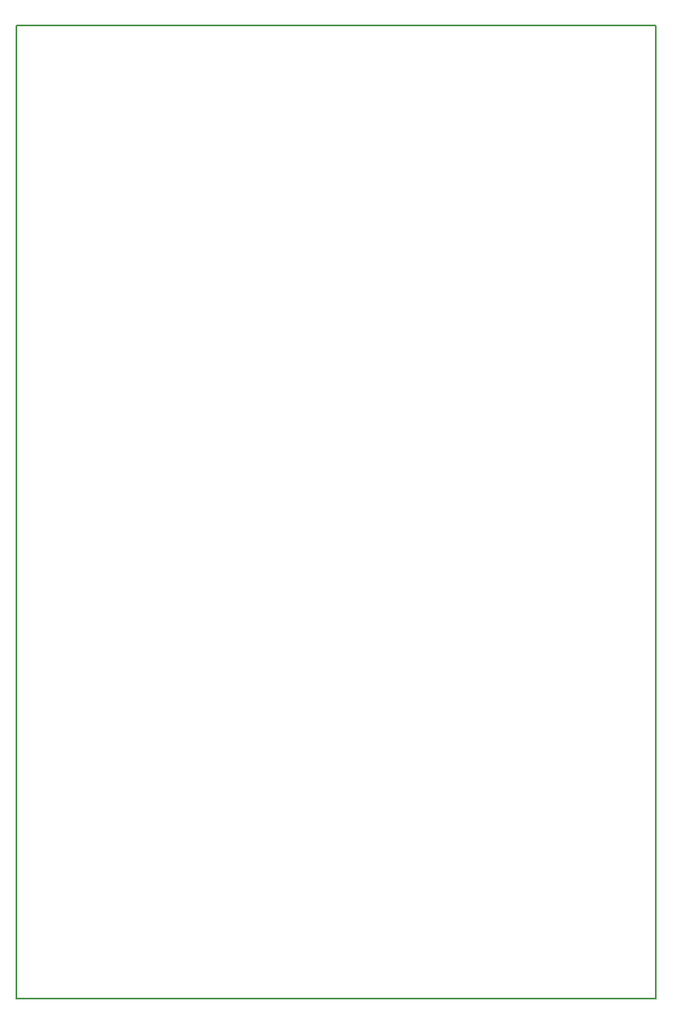
<source format=gbr>
%TF.GenerationSoftware,KiCad,Pcbnew,6.0.4-6f826c9f35~116~ubuntu20.04.1*%
%TF.CreationDate,2022-04-26T12:05:36+07:00*%
%TF.ProjectId,Colorlight2QMTech,436f6c6f-726c-4696-9768-7432514d5465,rev?*%
%TF.SameCoordinates,Original*%
%TF.FileFunction,Profile,NP*%
%FSLAX46Y46*%
G04 Gerber Fmt 4.6, Leading zero omitted, Abs format (unit mm)*
G04 Created by KiCad (PCBNEW 6.0.4-6f826c9f35~116~ubuntu20.04.1) date 2022-04-26 12:05:36*
%MOMM*%
%LPD*%
G01*
G04 APERTURE LIST*
%TA.AperFunction,Profile*%
%ADD10C,0.150000*%
%TD*%
G04 APERTURE END LIST*
D10*
X93980000Y-126085600D02*
X160020000Y-126085600D01*
X160020000Y-126085600D02*
X160020000Y-25603200D01*
X160020000Y-25603200D02*
X93980000Y-25603200D01*
X93980000Y-25603200D02*
X93980000Y-126085600D01*
M02*

</source>
